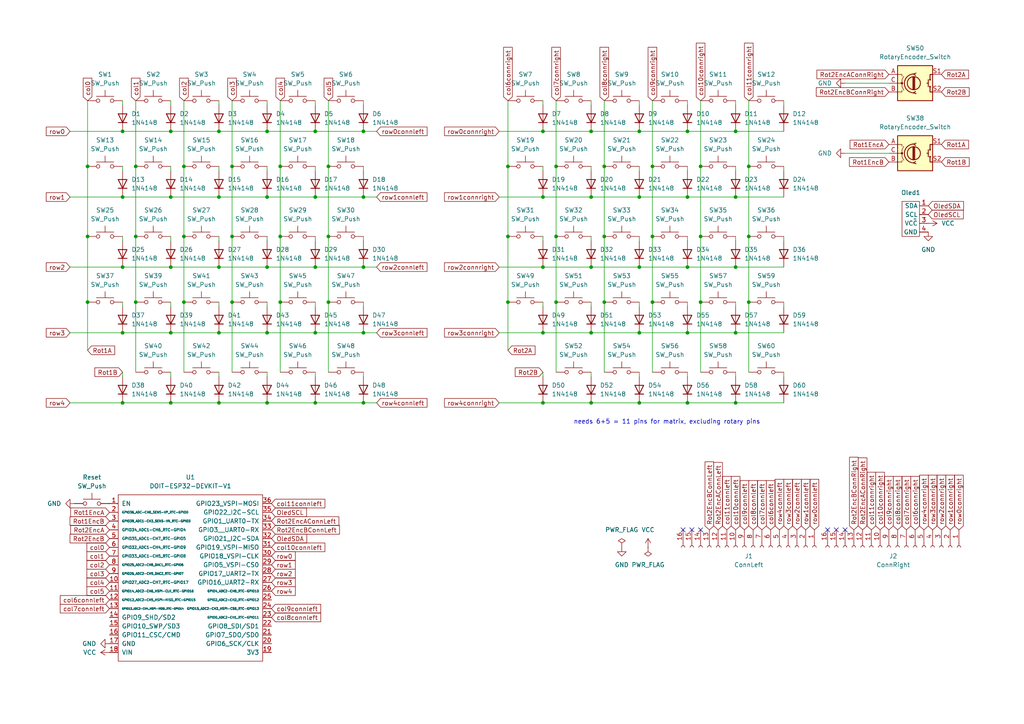
<source format=kicad_sch>
(kicad_sch (version 20230121) (generator eeschema)
  (paper "A4")
  (junction (at 189.23 68.58))
  (junction (at 49.53 116.84))
  (junction (at 213.36 77.47))
  (junction (at 157.48 38.1))
  (junction (at 161.29 68.58))
  (junction (at 185.42 116.84))
  (junction (at 91.44 38.1))
  (junction (at 157.48 77.47))
  (junction (at 203.2 68.58))
  (junction (at 91.44 57.15))
  (junction (at 217.17 48.26))
  (junction (at 171.45 96.52))
  (junction (at 35.56 57.15))
  (junction (at 185.42 96.52))
  (junction (at 217.17 87.63))
  (junction (at 213.36 116.84))
  (junction (at 213.36 57.15))
  (junction (at 77.47 77.47))
  (junction (at 49.53 38.1))
  (junction (at 49.53 77.47))
  (junction (at 49.53 96.52))
  (junction (at 157.48 116.84))
  (junction (at 199.39 77.47))
  (junction (at 67.31 87.63))
  (junction (at 105.41 77.47))
  (junction (at 217.17 68.58))
  (junction (at 175.26 48.26))
  (junction (at 67.31 48.26))
  (junction (at 91.44 96.52))
  (junction (at 171.45 38.1))
  (junction (at 175.26 87.63))
  (junction (at 95.25 87.63))
  (junction (at 171.45 77.47))
  (junction (at 95.25 48.26))
  (junction (at 81.28 68.58))
  (junction (at 203.2 87.63))
  (junction (at 175.26 68.58))
  (junction (at 199.39 116.84))
  (junction (at 63.5 96.52))
  (junction (at 35.56 38.1))
  (junction (at 185.42 57.15))
  (junction (at 77.47 116.84))
  (junction (at 199.39 96.52))
  (junction (at 67.31 68.58))
  (junction (at 171.45 57.15))
  (junction (at 157.48 96.52))
  (junction (at 53.34 68.58))
  (junction (at 199.39 38.1))
  (junction (at 199.39 57.15))
  (junction (at 147.32 48.26))
  (junction (at 91.44 116.84))
  (junction (at 185.42 77.47))
  (junction (at 53.34 87.63))
  (junction (at 213.36 38.1))
  (junction (at 213.36 96.52))
  (junction (at 63.5 116.84))
  (junction (at 171.45 116.84))
  (junction (at 77.47 38.1))
  (junction (at 105.41 96.52))
  (junction (at 63.5 57.15))
  (junction (at 105.41 116.84))
  (junction (at 147.32 68.58))
  (junction (at 53.34 48.26))
  (junction (at 63.5 77.47))
  (junction (at 35.56 96.52))
  (junction (at 63.5 38.1))
  (junction (at 39.37 87.63))
  (junction (at 161.29 87.63))
  (junction (at 49.53 57.15))
  (junction (at 39.37 68.58))
  (junction (at 185.42 38.1))
  (junction (at 105.41 38.1))
  (junction (at 77.47 96.52))
  (junction (at 81.28 48.26))
  (junction (at 91.44 77.47))
  (junction (at 157.48 57.15))
  (junction (at 77.47 57.15))
  (junction (at 95.25 68.58))
  (junction (at 25.4 48.26))
  (junction (at 35.56 116.84))
  (junction (at 25.4 68.58))
  (junction (at 189.23 87.63))
  (junction (at 25.4 87.63))
  (junction (at 35.56 77.47))
  (junction (at 189.23 48.26))
  (junction (at 203.2 48.26))
  (junction (at 39.37 48.26))
  (junction (at 81.28 87.63))
  (junction (at 147.32 87.63))
  (junction (at 105.41 57.15))
  (junction (at 161.29 48.26))
  (no_connect (at 242.57 153.67))
  (no_connect (at 200.66 153.67))
  (no_connect (at 245.11 153.67))
  (no_connect (at 198.12 153.67))
  (no_connect (at 203.2 153.67))
  (no_connect (at 240.03 153.67))
  (wire (pts (xy 109.22 96.52) (xy 105.41 96.52)))
  (wire (pts (xy 227.33 107.95) (xy 227.33 109.22)))
  (wire (pts (xy 147.32 68.58) (xy 147.32 87.63)))
  (wire (pts (xy 105.41 57.15) (xy 109.22 57.15)))
  (wire (pts (xy 20.32 116.84) (xy 35.56 116.84)))
  (wire (pts (xy 49.53 57.15) (xy 63.5 57.15)))
  (wire (pts (xy 144.78 77.47) (xy 157.48 77.47)))
  (wire (pts (xy 105.41 29.21) (xy 105.41 30.48)))
  (wire (pts (xy 217.17 68.58) (xy 217.17 87.63)))
  (wire (pts (xy 199.39 48.26) (xy 199.39 49.53)))
  (wire (pts (xy 35.56 87.63) (xy 35.56 88.9)))
  (wire (pts (xy 63.5 87.63) (xy 63.5 88.9)))
  (wire (pts (xy 171.45 77.47) (xy 185.42 77.47)))
  (wire (pts (xy 161.29 87.63) (xy 161.29 107.95)))
  (wire (pts (xy 77.47 38.1) (xy 91.44 38.1)))
  (wire (pts (xy 157.48 38.1) (xy 171.45 38.1)))
  (wire (pts (xy 217.17 87.63) (xy 217.17 107.95)))
  (wire (pts (xy 91.44 48.26) (xy 91.44 49.53)))
  (wire (pts (xy 199.39 57.15) (xy 213.36 57.15)))
  (wire (pts (xy 189.23 48.26) (xy 189.23 68.58)))
  (wire (pts (xy 144.78 38.1) (xy 157.48 38.1)))
  (wire (pts (xy 91.44 87.63) (xy 91.44 88.9)))
  (wire (pts (xy 49.53 77.47) (xy 63.5 77.47)))
  (wire (pts (xy 189.23 87.63) (xy 189.23 107.95)))
  (wire (pts (xy 175.26 68.58) (xy 175.26 87.63)))
  (wire (pts (xy 67.31 87.63) (xy 67.31 107.95)))
  (wire (pts (xy 213.36 96.52) (xy 227.33 96.52)))
  (wire (pts (xy 157.48 77.47) (xy 171.45 77.47)))
  (wire (pts (xy 91.44 116.84) (xy 105.41 116.84)))
  (wire (pts (xy 25.4 29.21) (xy 25.4 48.26)))
  (wire (pts (xy 105.41 48.26) (xy 105.41 49.53)))
  (wire (pts (xy 213.36 38.1) (xy 227.33 38.1)))
  (wire (pts (xy 203.2 68.58) (xy 203.2 87.63)))
  (wire (pts (xy 105.41 107.95) (xy 105.41 109.22)))
  (wire (pts (xy 35.56 68.58) (xy 35.56 69.85)))
  (wire (pts (xy 171.45 57.15) (xy 185.42 57.15)))
  (wire (pts (xy 144.78 96.52) (xy 157.48 96.52)))
  (wire (pts (xy 20.32 38.1) (xy 35.56 38.1)))
  (wire (pts (xy 67.31 68.58) (xy 67.31 87.63)))
  (wire (pts (xy 39.37 87.63) (xy 39.37 107.95)))
  (wire (pts (xy 35.56 77.47) (xy 49.53 77.47)))
  (wire (pts (xy 63.5 48.26) (xy 63.5 49.53)))
  (wire (pts (xy 63.5 68.58) (xy 63.5 69.85)))
  (wire (pts (xy 157.48 68.58) (xy 157.48 69.85)))
  (wire (pts (xy 67.31 48.26) (xy 67.31 68.58)))
  (wire (pts (xy 217.17 29.21) (xy 217.17 48.26)))
  (wire (pts (xy 81.28 87.63) (xy 81.28 107.95)))
  (wire (pts (xy 213.36 48.26) (xy 213.36 49.53)))
  (wire (pts (xy 105.41 87.63) (xy 105.41 88.9)))
  (wire (pts (xy 213.36 29.21) (xy 213.36 30.48)))
  (wire (pts (xy 25.4 48.26) (xy 25.4 68.58)))
  (wire (pts (xy 77.47 107.95) (xy 77.47 109.22)))
  (wire (pts (xy 91.44 38.1) (xy 105.41 38.1)))
  (wire (pts (xy 185.42 48.26) (xy 185.42 49.53)))
  (wire (pts (xy 91.44 57.15) (xy 105.41 57.15)))
  (wire (pts (xy 171.45 68.58) (xy 171.45 69.85)))
  (wire (pts (xy 105.41 116.84) (xy 109.22 116.84)))
  (wire (pts (xy 185.42 57.15) (xy 199.39 57.15)))
  (wire (pts (xy 157.48 96.52) (xy 171.45 96.52)))
  (wire (pts (xy 63.5 107.95) (xy 63.5 109.22)))
  (wire (pts (xy 157.48 48.26) (xy 157.48 49.53)))
  (wire (pts (xy 245.11 24.13) (xy 257.81 24.13)))
  (wire (pts (xy 77.47 29.21) (xy 77.47 30.48)))
  (wire (pts (xy 199.39 107.95) (xy 199.39 109.22)))
  (wire (pts (xy 171.45 107.95) (xy 171.45 109.22)))
  (wire (pts (xy 35.56 48.26) (xy 35.56 49.53)))
  (wire (pts (xy 175.26 87.63) (xy 175.26 107.95)))
  (wire (pts (xy 95.25 48.26) (xy 95.25 68.58)))
  (wire (pts (xy 49.53 48.26) (xy 49.53 49.53)))
  (wire (pts (xy 77.47 57.15) (xy 91.44 57.15)))
  (wire (pts (xy 171.45 116.84) (xy 185.42 116.84)))
  (wire (pts (xy 53.34 68.58) (xy 53.34 87.63)))
  (wire (pts (xy 203.2 29.21) (xy 203.2 48.26)))
  (wire (pts (xy 77.47 68.58) (xy 77.47 69.85)))
  (wire (pts (xy 63.5 29.21) (xy 63.5 30.48)))
  (wire (pts (xy 39.37 29.21) (xy 39.37 48.26)))
  (wire (pts (xy 77.47 77.47) (xy 91.44 77.47)))
  (wire (pts (xy 161.29 68.58) (xy 161.29 87.63)))
  (wire (pts (xy 199.39 77.47) (xy 213.36 77.47)))
  (wire (pts (xy 199.39 29.21) (xy 199.39 30.48)))
  (wire (pts (xy 245.11 44.45) (xy 257.81 44.45)))
  (wire (pts (xy 63.5 96.52) (xy 77.47 96.52)))
  (wire (pts (xy 53.34 87.63) (xy 53.34 107.95)))
  (wire (pts (xy 213.36 77.47) (xy 227.33 77.47)))
  (wire (pts (xy 189.23 68.58) (xy 189.23 87.63)))
  (wire (pts (xy 91.44 77.47) (xy 105.41 77.47)))
  (wire (pts (xy 213.36 107.95) (xy 213.36 109.22)))
  (wire (pts (xy 49.53 38.1) (xy 63.5 38.1)))
  (wire (pts (xy 185.42 77.47) (xy 199.39 77.47)))
  (wire (pts (xy 53.34 29.21) (xy 53.34 48.26)))
  (wire (pts (xy 161.29 48.26) (xy 161.29 68.58)))
  (wire (pts (xy 49.53 68.58) (xy 49.53 69.85)))
  (wire (pts (xy 63.5 77.47) (xy 77.47 77.47)))
  (wire (pts (xy 20.32 77.47) (xy 35.56 77.47)))
  (wire (pts (xy 81.28 29.21) (xy 81.28 48.26)))
  (wire (pts (xy 185.42 38.1) (xy 199.39 38.1)))
  (wire (pts (xy 39.37 68.58) (xy 39.37 87.63)))
  (wire (pts (xy 109.22 77.47) (xy 105.41 77.47)))
  (wire (pts (xy 213.36 57.15) (xy 227.33 57.15)))
  (wire (pts (xy 185.42 116.84) (xy 199.39 116.84)))
  (wire (pts (xy 227.33 68.58) (xy 227.33 69.85)))
  (wire (pts (xy 171.45 38.1) (xy 185.42 38.1)))
  (wire (pts (xy 91.44 107.95) (xy 91.44 109.22)))
  (wire (pts (xy 144.78 57.15) (xy 157.48 57.15)))
  (wire (pts (xy 157.48 29.21) (xy 157.48 30.48)))
  (wire (pts (xy 175.26 29.21) (xy 175.26 48.26)))
  (wire (pts (xy 35.56 107.95) (xy 35.56 109.22)))
  (wire (pts (xy 91.44 29.21) (xy 91.44 30.48)))
  (wire (pts (xy 95.25 29.21) (xy 95.25 48.26)))
  (wire (pts (xy 95.25 68.58) (xy 95.25 87.63)))
  (wire (pts (xy 63.5 38.1) (xy 77.47 38.1)))
  (wire (pts (xy 25.4 87.63) (xy 25.4 101.6)))
  (wire (pts (xy 227.33 29.21) (xy 227.33 30.48)))
  (wire (pts (xy 227.33 48.26) (xy 227.33 49.53)))
  (wire (pts (xy 20.32 57.15) (xy 35.56 57.15)))
  (wire (pts (xy 67.31 29.21) (xy 67.31 48.26)))
  (wire (pts (xy 35.56 116.84) (xy 49.53 116.84)))
  (wire (pts (xy 203.2 87.63) (xy 203.2 107.95)))
  (wire (pts (xy 185.42 87.63) (xy 185.42 88.9)))
  (wire (pts (xy 35.56 29.21) (xy 35.56 30.48)))
  (wire (pts (xy 25.4 68.58) (xy 25.4 87.63)))
  (wire (pts (xy 35.56 38.1) (xy 49.53 38.1)))
  (wire (pts (xy 49.53 116.84) (xy 63.5 116.84)))
  (wire (pts (xy 49.53 87.63) (xy 49.53 88.9)))
  (wire (pts (xy 157.48 116.84) (xy 171.45 116.84)))
  (wire (pts (xy 35.56 96.52) (xy 49.53 96.52)))
  (wire (pts (xy 157.48 107.95) (xy 157.48 109.22)))
  (wire (pts (xy 77.47 87.63) (xy 77.47 88.9)))
  (wire (pts (xy 171.45 29.21) (xy 171.45 30.48)))
  (wire (pts (xy 227.33 87.63) (xy 227.33 88.9)))
  (wire (pts (xy 157.48 87.63) (xy 157.48 88.9)))
  (wire (pts (xy 49.53 96.52) (xy 63.5 96.52)))
  (wire (pts (xy 49.53 29.21) (xy 49.53 30.48)))
  (wire (pts (xy 63.5 57.15) (xy 77.47 57.15)))
  (wire (pts (xy 77.47 116.84) (xy 91.44 116.84)))
  (wire (pts (xy 185.42 107.95) (xy 185.42 109.22)))
  (wire (pts (xy 77.47 96.52) (xy 91.44 96.52)))
  (wire (pts (xy 39.37 48.26) (xy 39.37 68.58)))
  (wire (pts (xy 217.17 48.26) (xy 217.17 68.58)))
  (wire (pts (xy 147.32 87.63) (xy 147.32 101.6)))
  (wire (pts (xy 81.28 68.58) (xy 81.28 87.63)))
  (wire (pts (xy 20.32 96.52) (xy 35.56 96.52)))
  (wire (pts (xy 185.42 29.21) (xy 185.42 30.48)))
  (wire (pts (xy 105.41 68.58) (xy 105.41 69.85)))
  (wire (pts (xy 199.39 96.52) (xy 213.36 96.52)))
  (wire (pts (xy 203.2 48.26) (xy 203.2 68.58)))
  (wire (pts (xy 175.26 48.26) (xy 175.26 68.58)))
  (wire (pts (xy 81.28 48.26) (xy 81.28 68.58)))
  (wire (pts (xy 91.44 68.58) (xy 91.44 69.85)))
  (wire (pts (xy 171.45 96.52) (xy 185.42 96.52)))
  (wire (pts (xy 147.32 29.21) (xy 147.32 48.26)))
  (wire (pts (xy 199.39 87.63) (xy 199.39 88.9)))
  (wire (pts (xy 35.56 57.15) (xy 49.53 57.15)))
  (wire (pts (xy 185.42 96.52) (xy 199.39 96.52)))
  (wire (pts (xy 95.25 87.63) (xy 95.25 107.95)))
  (wire (pts (xy 49.53 107.95) (xy 49.53 109.22)))
  (wire (pts (xy 189.23 29.21) (xy 189.23 48.26)))
  (wire (pts (xy 185.42 68.58) (xy 185.42 69.85)))
  (wire (pts (xy 161.29 29.21) (xy 161.29 48.26)))
  (wire (pts (xy 105.41 38.1) (xy 109.22 38.1)))
  (wire (pts (xy 171.45 87.63) (xy 171.45 88.9)))
  (wire (pts (xy 77.47 48.26) (xy 77.47 49.53)))
  (wire (pts (xy 63.5 116.84) (xy 77.47 116.84)))
  (wire (pts (xy 144.78 116.84) (xy 157.48 116.84)))
  (wire (pts (xy 91.44 96.52) (xy 105.41 96.52)))
  (wire (pts (xy 199.39 116.84) (xy 213.36 116.84)))
  (wire (pts (xy 213.36 116.84) (xy 227.33 116.84)))
  (wire (pts (xy 213.36 87.63) (xy 213.36 88.9)))
  (wire (pts (xy 199.39 38.1) (xy 213.36 38.1)))
  (wire (pts (xy 199.39 68.58) (xy 199.39 69.85)))
  (wire (pts (xy 147.32 48.26) (xy 147.32 68.58)))
  (wire (pts (xy 157.48 57.15) (xy 171.45 57.15)))
  (wire (pts (xy 213.36 68.58) (xy 213.36 69.85)))
  (wire (pts (xy 53.34 48.26) (xy 53.34 68.58)))
  (wire (pts (xy 171.45 48.26) (xy 171.45 49.53)))
  (text "needs 6+5 = 11 pins for matrix, excluding rotary pins" (at 166.37 123.19 0) (effects (font (size 1.27 1.27)) (justify left bottom)))
  (global_label "Rot1B" (shape input) (at 35.56 107.95 180) (property "Intersheetrefs" "${INTERSHEET_REFS}" (effects hide)))
  (global_label "Rot2EncA" (shape input) (at 31.75 153.67 180) (property "Intersheetrefs" "${INTERSHEET_REFS}" (effects hide)))
  (global_label "Rot1EncA" (shape input) (at 257.81 41.91 180) (property "Intersheetrefs" "${INTERSHEET_REFS}" (effects hide)))
  (global_label "row0connleft" (shape input) (at 109.22 38.1 0) (property "Intersheetrefs" "${INTERSHEET_REFS}" (effects hide)))
  (global_label "row2connright" (shape input) (at 273.05 153.67 90) (property "Intersheetrefs" "${INTERSHEET_REFS}" (effects hide)))
  (global_label "col7connleft" (shape input) (at 220.98 153.67 90) (property "Intersheetrefs" "${INTERSHEET_REFS}" (effects hide)))
  (global_label "col9connleft" (shape input) (at 215.9 153.67 90) (property "Intersheetrefs" "${INTERSHEET_REFS}" (effects hide)))
  (global_label "Rot1B" (shape input) (at 273.05 46.99 0) (property "Intersheetrefs" "${INTERSHEET_REFS}" (effects hide)))
  (global_label "row3connleft" (shape input) (at 228.6 153.67 90) (property "Intersheetrefs" "${INTERSHEET_REFS}" (effects hide)))
  (global_label "Rot2A" (shape input) (at 273.05 21.59 0) (property "Intersheetrefs" "${INTERSHEET_REFS}" (effects hide)))
  (global_label "col0" (shape input) (at 31.75 158.75 180) (property "Intersheetrefs" "${INTERSHEET_REFS}" (effects hide)))
  (global_label "col6connleft" (shape input) (at 223.52 153.67 90) (property "Intersheetrefs" "${INTERSHEET_REFS}" (effects hide)))
  (global_label "Rot2EncBConnLeft" (shape input) (at 205.74 153.67 90) (property "Intersheetrefs" "${INTERSHEET_REFS}" (effects hide)))
  (global_label "col8connright" (shape input) (at 175.26 29.21 90) (property "Intersheetrefs" "${INTERSHEET_REFS}" (effects hide)))
  (global_label "OledSDA" (shape input) (at 78.74 156.21 0) (property "Intersheetrefs" "${INTERSHEET_REFS}" (effects hide)))
  (global_label "row0" (shape input) (at 20.32 38.1 180) (property "Intersheetrefs" "${INTERSHEET_REFS}" (effects hide)))
  (global_label "row3" (shape input) (at 20.32 96.52 180) (property "Intersheetrefs" "${INTERSHEET_REFS}" (effects hide)))
  (global_label "col4" (shape input) (at 81.28 29.21 90) (property "Intersheetrefs" "${INTERSHEET_REFS}" (effects hide)))
  (global_label "row2connright" (shape input) (at 144.78 77.47 180) (property "Intersheetrefs" "${INTERSHEET_REFS}" (effects hide)))
  (global_label "col9connright" (shape input) (at 189.23 29.21 90) (property "Intersheetrefs" "${INTERSHEET_REFS}" (effects hide)))
  (global_label "row4connleft" (shape input) (at 109.22 116.84 0) (property "Intersheetrefs" "${INTERSHEET_REFS}" (effects hide)))
  (global_label "Rot2EncBConnRight" (shape input) (at 247.65 153.67 90) (property "Intersheetrefs" "${INTERSHEET_REFS}" (effects hide)))
  (global_label "Rot1A" (shape input) (at 25.4 101.6 0) (property "Intersheetrefs" "${INTERSHEET_REFS}" (effects hide)))
  (global_label "OledSCL" (shape input) (at 269.24 62.23 0) (property "Intersheetrefs" "${INTERSHEET_REFS}" (effects hide)))
  (global_label "col1" (shape input) (at 31.75 161.29 180) (property "Intersheetrefs" "${INTERSHEET_REFS}" (effects hide)))
  (global_label "col2" (shape input) (at 31.75 163.83 180) (property "Intersheetrefs" "${INTERSHEET_REFS}" (effects hide)))
  (global_label "row2" (shape input) (at 78.74 166.37 0) (property "Intersheetrefs" "${INTERSHEET_REFS}" (effects hide)))
  (global_label "col10connright" (shape input) (at 203.2 29.21 90) (property "Intersheetrefs" "${INTERSHEET_REFS}" (effects hide)))
  (global_label "col11connleft" (shape input) (at 78.74 146.05 0) (property "Intersheetrefs" "${INTERSHEET_REFS}" (effects hide)))
  (global_label "Rot2A" (shape input) (at 147.32 101.6 0) (property "Intersheetrefs" "${INTERSHEET_REFS}" (effects hide)))
  (global_label "Rot2EncAConnRight" (shape input) (at 250.19 153.67 90) (property "Intersheetrefs" "${INTERSHEET_REFS}" (effects hide)))
  (global_label "Rot1A" (shape input) (at 273.05 41.91 0) (property "Intersheetrefs" "${INTERSHEET_REFS}" (effects hide)))
  (global_label "row4connright" (shape input) (at 267.97 153.67 90) (property "Intersheetrefs" "${INTERSHEET_REFS}" (effects hide)))
  (global_label "row2connleft" (shape input) (at 109.22 77.47 0) (property "Intersheetrefs" "${INTERSHEET_REFS}" (effects hide)))
  (global_label "row1connleft" (shape input) (at 233.68 153.67 90) (property "Intersheetrefs" "${INTERSHEET_REFS}" (effects hide)))
  (global_label "col3" (shape input) (at 67.31 29.21 90) (property "Intersheetrefs" "${INTERSHEET_REFS}" (effects hide)))
  (global_label "Rot2EncAConnLeft" (shape input) (at 78.74 151.13 0) (property "Intersheetrefs" "${INTERSHEET_REFS}" (effects hide)))
  (global_label "col2" (shape input) (at 53.34 29.21 90) (property "Intersheetrefs" "${INTERSHEET_REFS}" (effects hide)))
  (global_label "row3connright" (shape input) (at 144.78 96.52 180) (property "Intersheetrefs" "${INTERSHEET_REFS}" (effects hide)))
  (global_label "col11connright" (shape input) (at 252.73 153.67 90) (property "Intersheetrefs" "${INTERSHEET_REFS}" (effects hide)))
  (global_label "Rot1EncA" (shape input) (at 31.75 148.59 180) (property "Intersheetrefs" "${INTERSHEET_REFS}" (effects hide)))
  (global_label "row0connleft" (shape input) (at 236.22 153.67 90) (property "Intersheetrefs" "${INTERSHEET_REFS}" (effects hide)))
  (global_label "row2connleft" (shape input) (at 231.14 153.67 90) (property "Intersheetrefs" "${INTERSHEET_REFS}" (effects hide)))
  (global_label "col0" (shape input) (at 25.4 29.21 90) (property "Intersheetrefs" "${INTERSHEET_REFS}" (effects hide)))
  (global_label "OledSDA" (shape input) (at 269.24 59.69 0) (property "Intersheetrefs" "${INTERSHEET_REFS}" (effects hide)))
  (global_label "col7connright" (shape input) (at 262.89 153.67 90) (property "Intersheetrefs" "${INTERSHEET_REFS}" (effects hide)))
  (global_label "row1connright" (shape input) (at 144.78 57.15 180) (property "Intersheetrefs" "${INTERSHEET_REFS}" (effects hide)))
  (global_label "row1" (shape input) (at 20.32 57.15 180) (property "Intersheetrefs" "${INTERSHEET_REFS}" (effects hide)))
  (global_label "col8connleft" (shape input) (at 78.74 179.07 0) (property "Intersheetrefs" "${INTERSHEET_REFS}" (effects hide)))
  (global_label "row4connright" (shape input) (at 144.78 116.84 180) (property "Intersheetrefs" "${INTERSHEET_REFS}" (effects hide)))
  (global_label "row0connright" (shape input) (at 144.78 38.1 180) (property "Intersheetrefs" "${INTERSHEET_REFS}" (effects hide)))
  (global_label "col11connleft" (shape input) (at 210.82 153.67 90) (property "Intersheetrefs" "${INTERSHEET_REFS}" (effects hide)))
  (global_label "col6connright" (shape input) (at 265.43 153.67 90) (property "Intersheetrefs" "${INTERSHEET_REFS}" (effects hide)))
  (global_label "row1" (shape input) (at 78.74 163.83 0) (property "Intersheetrefs" "${INTERSHEET_REFS}" (effects hide)))
  (global_label "Rot2EncBConnLeft" (shape input) (at 78.74 153.67 0) (property "Intersheetrefs" "${INTERSHEET_REFS}" (effects hide)))
  (global_label "col3" (shape input) (at 31.75 166.37 180) (property "Intersheetrefs" "${INTERSHEET_REFS}" (effects hide)))
  (global_label "col4" (shape input) (at 31.75 168.91 180) (property "Intersheetrefs" "${INTERSHEET_REFS}" (effects hide)))
  (global_label "Rot1EncB" (shape input) (at 257.81 46.99 180) (property "Intersheetrefs" "${INTERSHEET_REFS}" (effects hide)))
  (global_label "col10connleft" (shape input) (at 78.74 158.75 0) (property "Intersheetrefs" "${INTERSHEET_REFS}" (effects hide)))
  (global_label "Rot2EncB" (shape input) (at 31.75 156.21 180) (property "Intersheetrefs" "${INTERSHEET_REFS}" (effects hide)))
  (global_label "row2" (shape input) (at 20.32 77.47 180) (property "Intersheetrefs" "${INTERSHEET_REFS}" (effects hide)))
  (global_label "col11connright" (shape input) (at 217.17 29.21 90) (property "Intersheetrefs" "${INTERSHEET_REFS}" (effects hide)))
  (global_label "col7connright" (shape input) (at 161.29 29.21 90) (property "Intersheetrefs" "${INTERSHEET_REFS}" (effects hide)))
  (global_label "col10connright" (shape input) (at 255.27 153.67 90) (property "Intersheetrefs" "${INTERSHEET_REFS}" (effects hide)))
  (global_label "row1connleft" (shape input) (at 109.22 57.15 0) (property "Intersheetrefs" "${INTERSHEET_REFS}" (effects hide)))
  (global_label "Rot2B" (shape input) (at 273.05 26.67 0) (property "Intersheetrefs" "${INTERSHEET_REFS}" (effects hide)))
  (global_label "OledSCL" (shape input) (at 78.74 148.59 0) (property "Intersheetrefs" "${INTERSHEET_REFS}" (effects hide)))
  (global_label "Rot2EncAConnRight" (shape input) (at 257.81 21.59 180) (property "Intersheetrefs" "${INTERSHEET_REFS}" (effects hide)))
  (global_label "row0" (shape input) (at 78.74 161.29 0) (property "Intersheetrefs" "${INTERSHEET_REFS}" (effects hide)))
  (global_label "row0connright" (shape input) (at 278.13 153.67 90) (property "Intersheetrefs" "${INTERSHEET_REFS}" (effects hide)))
  (global_label "row3connleft" (shape input) (at 109.22 96.52 0) (property "Intersheetrefs" "${INTERSHEET_REFS}" (effects hide)))
  (global_label "col6connleft" (shape input) (at 31.75 173.99 180) (property "Intersheetrefs" "${INTERSHEET_REFS}" (effects hide)))
  (global_label "Rot2B" (shape input) (at 157.48 107.95 180) (property "Intersheetrefs" "${INTERSHEET_REFS}" (effects hide)))
  (global_label "col6connright" (shape input) (at 147.32 29.21 90) (property "Intersheetrefs" "${INTERSHEET_REFS}" (effects hide)))
  (global_label "Rot2EncAConnLeft" (shape input) (at 208.28 153.67 90) (property "Intersheetrefs" "${INTERSHEET_REFS}" (effects hide)))
  (global_label "col9connleft" (shape input) (at 78.74 176.53 0) (property "Intersheetrefs" "${INTERSHEET_REFS}" (effects hide)))
  (global_label "col7connleft" (shape input) (at 31.75 176.53 180) (property "Intersheetrefs" "${INTERSHEET_REFS}" (effects hide)))
  (global_label "col9connright" (shape input) (at 257.81 153.67 90) (property "Intersheetrefs" "${INTERSHEET_REFS}" (effects hide)))
  (global_label "col5" (shape input) (at 31.75 171.45 180) (property "Intersheetrefs" "${INTERSHEET_REFS}" (effects hide)))
  (global_label "col5" (shape input) (at 95.25 29.21 90) (property "Intersheetrefs" "${INTERSHEET_REFS}" (effects hide)))
  (global_label "col8connleft" (shape input) (at 218.44 153.67 90) (property "Intersheetrefs" "${INTERSHEET_REFS}" (effects hide)))
  (global_label "Rot2EncBConnRight" (shape input) (at 257.81 26.67 180) (property "Intersheetrefs" "${INTERSHEET_REFS}" (effects hide)))
  (global_label "Rot1EncB" (shape input) (at 31.75 151.13 180) (property "Intersheetrefs" "${INTERSHEET_REFS}" (effects hide)))
  (global_label "row3" (shape input) (at 78.74 168.91 0) (property "Intersheetrefs" "${INTERSHEET_REFS}" (effects hide)))
  (global_label "row4connleft" (shape input) (at 226.06 153.67 90) (property "Intersheetrefs" "${INTERSHEET_REFS}" (effects hide)))
  (global_label "row1connright" (shape input) (at 275.59 153.67 90) (property "Intersheetrefs" "${INTERSHEET_REFS}" (effects hide)))
  (global_label "col10connleft" (shape input) (at 213.36 153.67 90) (property "Intersheetrefs" "${INTERSHEET_REFS}" (effects hide)))
  (global_label "row3connright" (shape input) (at 270.51 153.67 90) (property "Intersheetrefs" "${INTERSHEET_REFS}" (effects hide)))
  (global_label "row4" (shape input) (at 20.32 116.84 180) (property "Intersheetrefs" "${INTERSHEET_REFS}" (effects hide)))
  (global_label "col8connright" (shape input) (at 260.35 153.67 90) (property "Intersheetrefs" "${INTERSHEET_REFS}" (effects hide)))
  (global_label "row4" (shape input) (at 78.74 171.45 0) (property "Intersheetrefs" "${INTERSHEET_REFS}" (effects hide)))
  (global_label "col1" (shape input) (at 39.37 29.21 90) (property "Intersheetrefs" "${INTERSHEET_REFS}" (effects hide)))
  (symbol (lib_id "Diode:1N4148") (at 213.36 73.66 90) (unit 1)
    (property "Reference" "D35" (at 215.9 72.39 90) (effects (justify right)))
    (property "Value" "1N4148" (at 215.9 74.93 90) (effects (justify right)))
    (property "Footprint" "Diode_THT:D_DO-35_SOD27_P7.62mm_Horizontal" (effects hide))
    (property "Datasheet" "https://assets.nexperia.com/documents/data-sheet/1N4148_1N4448.pdf" (effects hide))
    (property "Sim.Device" "D" (effects hide))
    (property "Sim.Pins" "1=K 2=A" (effects hide))
  )
  (symbol (lib_id "power:PWR_FLAG") (at 187.96 158.75 180) (unit 1)
    (property "Reference" "#FLG02" (effects hide))
    (property "Value" "PWR_FLAG" (at 187.96 163.83 0))
  )
  (symbol (lib_id "Switch:SW_Push") (at 222.25 29.21 0) (unit 1)
    (property "Reference" "SW12" (at 222.25 21.59 0))
    (property "Value" "SW_Push" (at 222.25 24.13 0))
  )
  (symbol (lib_id "Diode:1N4148") (at 105.41 53.34 90) (unit 1)
    (property "Reference" "D18" (at 107.95 52.07 90) (effects (justify right)))
    (property "Value" "1N4148" (at 107.95 54.61 90) (effects (justify right)))
    (property "Footprint" "Diode_THT:D_DO-35_SOD27_P7.62mm_Horizontal" (effects hide))
    (property "Datasheet" "https://assets.nexperia.com/documents/data-sheet/1N4148_1N4448.pdf" (effects hide))
    (property "Sim.Device" "D" (effects hide))
    (property "Sim.Pins" "1=K 2=A" (effects hide))
  )
  (symbol (lib_id "Diode:1N4148") (at 171.45 73.66 90) (unit 1)
    (property "Reference" "D32" (at 173.99 72.39 90) (effects (justify right)))
    (property "Value" "1N4148" (at 173.99 74.93 90) (effects (justify right)))
    (property "Footprint" "Diode_THT:D_DO-35_SOD27_P7.62mm_Horizontal" (effects hide))
    (property "Datasheet" "https://assets.nexperia.com/documents/data-sheet/1N4148_1N4448.pdf" (effects hide))
    (property "Sim.Device" "D" (effects hide))
    (property "Sim.Pins" "1=K 2=A" (effects hide))
  )
  (symbol (lib_id "Switch:SW_Push") (at 58.42 29.21 0) (unit 1)
    (property "Reference" "SW3" (at 58.42 21.59 0))
    (property "Value" "SW_Push" (at 58.42 24.13 0))
  )
  (symbol (lib_id "Switch:SW_Push") (at 26.67 146.05 0) (unit 1)
    (property "Reference" "Reset" (at 26.67 138.43 0))
    (property "Value" "SW_Push" (at 26.67 140.97 0))
  )
  (symbol (lib_id "Switch:SW_Push") (at 222.25 87.63 0) (unit 1)
    (property "Reference" "SW59" (at 222.25 80.01 0))
    (property "Value" "SW_Push" (at 222.25 82.55 0))
  )
  (symbol (lib_id "Diode:1N4148") (at 77.47 113.03 90) (unit 1)
    (property "Reference" "D44" (at 80.01 111.76 90) (effects (justify right)))
    (property "Value" "1N4148" (at 80.01 114.3 90) (effects (justify right)))
    (property "Footprint" "Diode_THT:D_DO-35_SOD27_P7.62mm_Horizontal" (effects hide))
    (property "Datasheet" "https://assets.nexperia.com/documents/data-sheet/1N4148_1N4448.pdf" (effects hide))
    (property "Sim.Device" "D" (effects hide))
    (property "Sim.Pins" "1=K 2=A" (effects hide))
  )
  (symbol (lib_id "Switch:SW_Push") (at 194.31 87.63 0) (unit 1)
    (property "Reference" "SW55" (at 194.31 80.01 0))
    (property "Value" "SW_Push" (at 194.31 82.55 0))
  )
  (symbol (lib_id "Diode:1N4148") (at 171.45 113.03 90) (unit 1)
    (property "Reference" "D52" (at 173.99 111.76 90) (effects (justify right)))
    (property "Value" "1N4148" (at 173.99 114.3 90) (effects (justify right)))
    (property "Footprint" "Diode_THT:D_DO-35_SOD27_P7.62mm_Horizontal" (effects hide))
    (property "Datasheet" "https://assets.nexperia.com/documents/data-sheet/1N4148_1N4448.pdf" (effects hide))
    (property "Sim.Device" "D" (effects hide))
    (property "Sim.Pins" "1=K 2=A" (effects hide))
  )
  (symbol (lib_id "Switch:SW_Push") (at 152.4 29.21 0) (unit 1)
    (property "Reference" "SW7" (at 152.4 21.59 0))
    (property "Value" "SW_Push" (at 152.4 24.13 0))
  )
  (symbol (lib_id "Diode:1N4148") (at 105.41 92.71 90) (unit 1)
    (property "Reference" "D47" (at 107.95 91.44 90) (effects (justify right)))
    (property "Value" "1N4148" (at 107.95 93.98 90) (effects (justify right)))
    (property "Footprint" "Diode_THT:D_DO-35_SOD27_P7.62mm_Horizontal" (effects hide))
    (property "Datasheet" "https://assets.nexperia.com/documents/data-sheet/1N4148_1N4448.pdf" (effects hide))
    (property "Sim.Device" "D" (effects hide))
    (property "Sim.Pins" "1=K 2=A" (effects hide))
  )
  (symbol (lib_id "Diode:1N4148") (at 171.45 34.29 90) (unit 1)
    (property "Reference" "D8" (at 173.99 33.02 90) (effects (justify right)))
    (property "Value" "1N4148" (at 173.99 35.56 90) (effects (justify right)))
    (property "Footprint" "Diode_THT:D_DO-35_SOD27_P7.62mm_Horizontal" (effects hide))
    (property "Datasheet" "https://assets.nexperia.com/documents/data-sheet/1N4148_1N4448.pdf" (effects hide))
    (property "Sim.Device" "D" (effects hide))
    (property "Sim.Pins" "1=K 2=A" (effects hide))
  )
  (symbol (lib_id "Diode:1N4148") (at 213.36 113.03 90) (unit 1)
    (property "Reference" "D58" (at 215.9 111.76 90) (effects (justify right)))
    (property "Value" "1N4148" (at 215.9 114.3 90) (effects (justify right)))
    (property "Footprint" "Diode_THT:D_DO-35_SOD27_P7.62mm_Horizontal" (effects hide))
    (property "Datasheet" "https://assets.nexperia.com/documents/data-sheet/1N4148_1N4448.pdf" (effects hide))
    (property "Sim.Device" "D" (effects hide))
    (property "Sim.Pins" "1=K 2=A" (effects hide))
  )
  (symbol (lib_id "power:VCC") (at 187.96 158.75 0) (unit 1)
    (property "Reference" "#PWR03" (effects hide))
    (property "Value" "VCC" (at 187.96 153.67 0))
  )
  (symbol (lib_id "Switch:SW_Push") (at 100.33 29.21 0) (unit 1)
    (property "Reference" "SW6" (at 100.33 21.59 0))
    (property "Value" "SW_Push" (at 100.33 24.13 0))
  )
  (symbol (lib_id "Device:RotaryEncoder_Switch") (at 265.43 44.45 0) (unit 1)
    (property "Reference" "SW38" (at 265.43 34.29 0))
    (property "Value" "RotaryEncoder_Switch" (at 265.43 36.83 0))
  )
  (symbol (lib_id "Switch:SW_Push") (at 208.28 29.21 0) (unit 1)
    (property "Reference" "SW11" (at 208.28 21.59 0))
    (property "Value" "SW_Push" (at 208.28 24.13 0))
  )
  (symbol (lib_id "Switch:SW_Push") (at 44.45 29.21 0) (unit 1)
    (property "Reference" "SW2" (at 44.45 21.59 0))
    (property "Value" "SW_Push" (at 44.45 24.13 0))
  )
  (symbol (lib_id "ESP32Devkit:DOIT-ESP32-DEVKIT-V1") (at 55.88 153.67 0) (unit 1)
    (property "Reference" "U1" (at 55.245 138.43 0))
    (property "Value" "DOIT-ESP32-DEVKIT-V1" (at 55.245 140.97 0))
    (property "Footprint" "ESP32Devkit:ESP32-DOIT-DEVKIT" (effects hide))
  )
  (symbol (lib_id "Diode:1N4148") (at 185.42 53.34 90) (unit 1)
    (property "Reference" "D21" (at 187.96 52.07 90) (effects (justify right)))
    (property "Value" "1N4148" (at 187.96 54.61 90) (effects (justify right)))
    (property "Footprint" "Diode_THT:D_DO-35_SOD27_P7.62mm_Horizontal" (effects hide))
    (property "Datasheet" "https://assets.nexperia.com/documents/data-sheet/1N4148_1N4448.pdf" (effects hide))
    (property "Sim.Device" "D" (effects hide))
    (property "Sim.Pins" "1=K 2=A" (effects hide))
  )
  (symbol (lib_id "Switch:SW_Push") (at 166.37 87.63 0) (unit 1)
    (property "Reference" "SW51" (at 166.37 80.01 0))
    (property "Value" "SW_Push" (at 166.37 82.55 0))
  )
  (symbol (lib_id "Diode:1N4148") (at 77.47 92.71 90) (unit 1)
    (property "Reference" "D43" (at 80.01 91.44 90) (effects (justify right)))
    (property "Value" "1N4148" (at 80.01 93.98 90) (effects (justify right)))
    (property "Footprint" "Diode_THT:D_DO-35_SOD27_P7.62mm_Horizontal" (effects hide))
    (property "Datasheet" "https://assets.nexperia.com/documents/data-sheet/1N4148_1N4448.pdf" (effects hide))
    (property "Sim.Device" "D" (effects hide))
    (property "Sim.Pins" "1=K 2=A" (effects hide))
  )
  (symbol (lib_id "Switch:SW_Push") (at 152.4 87.63 0) (unit 1)
    (property "Reference" "SW49" (at 152.4 80.01 0))
    (property "Value" "SW_Push" (at 152.4 82.55 0))
  )
  (symbol (lib_id "Diode:1N4148") (at 185.42 113.03 90) (unit 1)
    (property "Reference" "D54" (at 187.96 111.76 90) (effects (justify right)))
    (property "Value" "1N4148" (at 187.96 114.3 90) (effects (justify right)))
    (property "Footprint" "Diode_THT:D_DO-35_SOD27_P7.62mm_Horizontal" (effects hide))
    (property "Datasheet" "https://assets.nexperia.com/documents/data-sheet/1N4148_1N4448.pdf" (effects hide))
    (property "Sim.Device" "D" (effects hide))
    (property "Sim.Pins" "1=K 2=A" (effects hide))
  )
  (symbol (lib_id "Diode:1N4148") (at 77.47 73.66 90) (unit 1)
    (property "Reference" "D28" (at 80.01 72.39 90) (effects (justify right)))
    (property "Value" "1N4148" (at 80.01 74.93 90) (effects (justify right)))
    (property "Footprint" "Diode_THT:D_DO-35_SOD27_P7.62mm_Horizontal" (effects hide))
    (property "Datasheet" "https://assets.nexperia.com/documents/data-sheet/1N4148_1N4448.pdf" (effects hide))
    (property "Sim.Device" "D" (effects hide))
    (property "Sim.Pins" "1=K 2=A" (effects hide))
  )
  (symbol (lib_id "Switch:SW_Push") (at 180.34 107.95 0) (unit 1)
    (property "Reference" "SW54" (at 180.34 100.33 0))
    (property "Value" "SW_Push" (at 180.34 102.87 0))
  )
  (symbol (lib_id "Switch:SW_Push") (at 152.4 48.26 0) (unit 1)
    (property "Reference" "SW19" (at 152.4 40.64 0))
    (property "Value" "SW_Push" (at 152.4 43.18 0))
  )
  (symbol (lib_id "Switch:SW_Push") (at 30.48 68.58 0) (unit 1)
    (property "Reference" "SW25" (at 30.48 60.96 0))
    (property "Value" "SW_Push" (at 30.48 63.5 0))
  )
  (symbol (lib_id "Switch:SW_Push") (at 166.37 107.95 0) (unit 1)
    (property "Reference" "SW52" (at 166.37 100.33 0))
    (property "Value" "SW_Push" (at 166.37 102.87 0))
  )
  (symbol (lib_id "Diode:1N4148") (at 199.39 92.71 90) (unit 1)
    (property "Reference" "D55" (at 201.93 91.44 90) (effects (justify right)))
    (property "Value" "1N4148" (at 201.93 93.98 90) (effects (justify right)))
    (property "Footprint" "Diode_THT:D_DO-35_SOD27_P7.62mm_Horizontal" (effects hide))
    (property "Datasheet" "https://assets.nexperia.com/documents/data-sheet/1N4148_1N4448.pdf" (effects hide))
    (property "Sim.Device" "D" (effects hide))
    (property "Sim.Pins" "1=K 2=A" (effects hide))
  )
  (symbol (lib_id "Diode:1N4148") (at 199.39 73.66 90) (unit 1)
    (property "Reference" "D34" (at 201.93 72.39 90) (effects (justify right)))
    (property "Value" "1N4148" (at 201.93 74.93 90) (effects (justify right)))
    (property "Footprint" "Diode_THT:D_DO-35_SOD27_P7.62mm_Horizontal" (effects hide))
    (property "Datasheet" "https://assets.nexperia.com/documents/data-sheet/1N4148_1N4448.pdf" (effects hide))
    (property "Sim.Device" "D" (effects hide))
    (property "Sim.Pins" "1=K 2=A" (effects hide))
  )
  (symbol (lib_id "Diode:1N4148") (at 77.47 53.34 90) (unit 1)
    (property "Reference" "D16" (at 80.01 52.07 90) (effects (justify right)))
    (property "Value" "1N4148" (at 80.01 54.61 90) (effects (justify right)))
    (property "Footprint" "Diode_THT:D_DO-35_SOD27_P7.62mm_Horizontal" (effects hide))
    (property "Datasheet" "https://assets.nexperia.com/documents/data-sheet/1N4148_1N4448.pdf" (effects hide))
    (property "Sim.Device" "D" (effects hide))
    (property "Sim.Pins" "1=K 2=A" (effects hide))
  )
  (symbol (lib_id "Switch:SW_Push") (at 100.33 48.26 0) (unit 1)
    (property "Reference" "SW18" (at 100.33 40.64 0))
    (property "Value" "SW_Push" (at 100.33 43.18 0))
  )
  (symbol (lib_id "Switch:SW_Push") (at 72.39 87.63 0) (unit 1)
    (property "Reference" "SW43" (at 72.39 80.01 0))
    (property "Value" "SW_Push" (at 72.39 82.55 0))
  )
  (symbol (lib_id "Switch:SW_Push") (at 86.36 68.58 0) (unit 1)
    (property "Reference" "SW29" (at 86.36 60.96 0))
    (property "Value" "SW_Push" (at 86.36 63.5 0))
  )
  (symbol (lib_id "Diode:1N4148") (at 49.53 53.34 90) (unit 1)
    (property "Reference" "D14" (at 52.07 52.07 90) (effects (justify right)))
    (property "Value" "1N4148" (at 52.07 54.61 90) (effects (justify right)))
    (property "Footprint" "Diode_THT:D_DO-35_SOD27_P7.62mm_Horizontal" (effects hide))
    (property "Datasheet" "https://assets.nexperia.com/documents/data-sheet/1N4148_1N4448.pdf" (effects hide))
    (property "Sim.Device" "D" (effects hide))
    (property "Sim.Pins" "1=K 2=A" (effects hide))
  )
  (symbol (lib_id "Diode:1N4148") (at 105.41 73.66 90) (unit 1)
    (property "Reference" "D30" (at 107.95 72.39 90) (effects (justify right)))
    (property "Value" "1N4148" (at 107.95 74.93 90) (effects (justify right)))
    (property "Footprint" "Diode_THT:D_DO-35_SOD27_P7.62mm_Horizontal" (effects hide))
    (property "Datasheet" "https://assets.nexperia.com/documents/data-sheet/1N4148_1N4448.pdf" (effects hide))
    (property "Sim.Device" "D" (effects hide))
    (property "Sim.Pins" "1=K 2=A" (effects hide))
  )
  (symbol (lib_id "Diode:1N4148") (at 157.48 73.66 90) (unit 1)
    (property "Reference" "D31" (at 160.02 72.39 90) (effects (justify right)))
    (property "Value" "1N4148" (at 160.02 74.93 90) (effects (justify right)))
    (property "Footprint" "Diode_THT:D_DO-35_SOD27_P7.62mm_Horizontal" (effects hide))
    (property "Datasheet" "https://assets.nexperia.com/documents/data-sheet/1N4148_1N4448.pdf" (effects hide))
    (property "Sim.Device" "D" (effects hide))
    (property "Sim.Pins" "1=K 2=A" (effects hide))
  )
  (symbol (lib_id "Diode:1N4148") (at 91.44 113.03 90) (unit 1)
    (property "Reference" "D46" (at 93.98 111.76 90) (effects (justify right)))
    (property "Value" "1N4148" (at 93.98 114.3 90) (effects (justify right)))
    (property "Footprint" "Diode_THT:D_DO-35_SOD27_P7.62mm_Horizontal" (effects hide))
    (property "Datasheet" "https://assets.nexperia.com/documents/data-sheet/1N4148_1N4448.pdf" (effects hide))
    (property "Sim.Device" "D" (effects hide))
    (property "Sim.Pins" "1=K 2=A" (effects hide))
  )
  (symbol (lib_id "Device:RotaryEncoder_Switch") (at 265.43 24.13 0) (unit 1)
    (property "Reference" "SW50" (at 265.43 13.97 0))
    (property "Value" "RotaryEncoder_Switch" (at 265.43 16.51 0))
  )
  (symbol (lib_id "Diode:1N4148") (at 227.33 73.66 90) (unit 1)
    (property "Reference" "D36" (at 229.87 72.39 90) (effects (justify right)))
    (property "Value" "1N4148" (at 229.87 74.93 90) (effects (justify right)))
    (property "Footprint" "Diode_THT:D_DO-35_SOD27_P7.62mm_Horizontal" (effects hide))
    (property "Datasheet" "https://assets.nexperia.com/documents/data-sheet/1N4148_1N4448.pdf" (effects hide))
    (property "Sim.Device" "D" (effects hide))
    (property "Sim.Pins" "1=K 2=A" (effects hide))
  )
  (symbol (lib_id "Switch:SW_Push") (at 166.37 68.58 0) (unit 1)
    (property "Reference" "SW32" (at 166.37 60.96 0))
    (property "Value" "SW_Push" (at 166.37 63.5 0))
  )
  (symbol (lib_id "Diode:1N4148") (at 171.45 53.34 90) (unit 1)
    (property "Reference" "D20" (at 173.99 52.07 90) (effects (justify right)))
    (property "Value" "1N4148" (at 173.99 54.61 90) (effects (justify right)))
    (property "Footprint" "Diode_THT:D_DO-35_SOD27_P7.62mm_Horizontal" (effects hide))
    (property "Datasheet" "https://assets.nexperia.com/documents/data-sheet/1N4148_1N4448.pdf" (effects hide))
    (property "Sim.Device" "D" (effects hide))
    (property "Sim.Pins" "1=K 2=A" (effects hide))
  )
  (symbol (lib_id "Switch:SW_Push") (at 180.34 48.26 0) (unit 1)
    (property "Reference" "SW21" (at 180.34 40.64 0))
    (property "Value" "SW_Push" (at 180.34 43.18 0))
  )
  (symbol (lib_id "Diode:1N4148") (at 213.36 92.71 90) (unit 1)
    (property "Reference" "D57" (at 215.9 91.44 90) (effects (justify right)))
    (property "Value" "1N4148" (at 215.9 93.98 90) (effects (justify right)))
    (property "Footprint" "Diode_THT:D_DO-35_SOD27_P7.62mm_Horizontal" (effects hide))
    (property "Datasheet" "https://assets.nexperia.com/documents/data-sheet/1N4148_1N4448.pdf" (effects hide))
    (property "Sim.Device" "D" (effects hide))
    (property "Sim.Pins" "1=K 2=A" (effects hide))
  )
  (symbol (lib_id "Diode:1N4148") (at 77.47 34.29 90) (unit 1)
    (property "Reference" "D4" (at 80.01 33.02 90) (effects (justify right)))
    (property "Value" "1N4148" (at 80.01 35.56 90) (effects (justify right)))
    (property "Footprint" "Diode_THT:D_DO-35_SOD27_P7.62mm_Horizontal" (effects hide))
    (property "Datasheet" "https://assets.nexperia.com/documents/data-sheet/1N4148_1N4448.pdf" (effects hide))
    (property "Sim.Device" "D" (effects hide))
    (property "Sim.Pins" "1=K 2=A" (effects hide))
  )
  (symbol (lib_id "Diode:1N4148") (at 63.5 113.03 90) (unit 1)
    (property "Reference" "D42" (at 66.04 111.76 90) (effects (justify right)))
    (property "Value" "1N4148" (at 66.04 114.3 90) (effects (justify right)))
    (property "Footprint" "Diode_THT:D_DO-35_SOD27_P7.62mm_Horizontal" (effects hide))
    (property "Datasheet" "https://assets.nexperia.com/documents/data-sheet/1N4148_1N4448.pdf" (effects hide))
    (property "Sim.Device" "D" (effects hide))
    (property "Sim.Pins" "1=K 2=A" (effects hide))
  )
  (symbol (lib_id "Switch:SW_Push") (at 44.45 68.58 0) (unit 1)
    (property "Reference" "SW26" (at 44.45 60.96 0))
    (property "Value" "SW_Push" (at 44.45 63.5 0))
  )
  (symbol (lib_id "Switch:SW_Push") (at 152.4 68.58 0) (unit 1)
    (property "Reference" "SW31" (at 152.4 60.96 0))
    (property "Value" "SW_Push" (at 152.4 63.5 0))
  )
  (symbol (lib_id "Diode:1N4148") (at 157.48 34.29 90) (unit 1)
    (property "Reference" "D7" (at 160.02 33.02 90) (effects (justify right)))
    (property "Value" "1N4148" (at 160.02 35.56 90) (effects (justify right)))
    (property "Footprint" "Diode_THT:D_DO-35_SOD27_P7.62mm_Horizontal" (effects hide))
    (property "Datasheet" "https://assets.nexperia.com/documents/data-sheet/1N4148_1N4448.pdf" (effects hide))
    (property "Sim.Device" "D" (effects hide))
    (property "Sim.Pins" "1=K 2=A" (effects hide))
  )
  (symbol (lib_id "Diode:1N4148") (at 35.56 113.03 90) (unit 1)
    (property "Reference" "D38" (at 38.1 111.76 90) (effects (justify right)))
    (property "Value" "1N4148" (at 38.1 114.3 90) (effects (justify right)))
    (property "Footprint" "Diode_THT:D_DO-35_SOD27_P7.62mm_Horizontal" (effects hide))
    (property "Datasheet" "https://assets.nexperia.com/documents/data-sheet/1N4148_1N4448.pdf" (effects hide))
    (property "Sim.Device" "D" (effects hide))
    (property "Sim.Pins" "1=K 2=A" (effects hide))
  )
  (symbol (lib_id "Switch:SW_Push") (at 208.28 87.63 0) (unit 1)
    (property "Reference" "SW57" (at 208.28 80.01 0))
    (property "Value" "SW_Push" (at 208.28 82.55 0))
  )
  (symbol (lib_id "Switch:SW_Push") (at 58.42 107.95 0) (unit 1)
    (property "Reference" "SW42" (at 58.42 100.33 0))
    (property "Value" "SW_Push" (at 58.42 102.87 0))
  )
  (symbol (lib_id "Diode:1N4148") (at 91.44 73.66 90) (unit 1)
    (property "Reference" "D29" (at 93.98 72.39 90) (effects (justify right)))
    (property "Value" "1N4148" (at 93.98 74.93 90) (effects (justify right)))
    (property "Footprint" "Diode_THT:D_DO-35_SOD27_P7.62mm_Horizontal" (effects hide))
    (property "Datasheet" "https://assets.nexperia.com/documents/data-sheet/1N4148_1N4448.pdf" (effects hide))
    (property "Sim.Device" "D" (effects hide))
    (property "Sim.Pins" "1=K 2=A" (effects hide))
  )
  (symbol (lib_id "power:GND") (at 245.11 24.13 270) (unit 1)
    (property "Reference" "#PWR08" (effects hide))
    (property "Value" "GND" (at 241.3 24.13 90) (effects (justify right)))
  )
  (symbol (lib_id "power:GND") (at 180.34 158.75 0) (unit 1)
    (property "Reference" "#PWR02" (effects hide))
    (property "Value" "GND" (at 180.34 163.83 0))
  )
  (symbol (lib_id "Diode:1N4148") (at 63.5 53.34 90) (unit 1)
    (property "Reference" "D15" (at 66.04 52.07 90) (effects (justify right)))
    (property "Value" "1N4148" (at 66.04 54.61 90) (effects (justify right)))
    (property "Footprint" "Diode_THT:D_DO-35_SOD27_P7.62mm_Horizontal" (effects hide))
    (property "Datasheet" "https://assets.nexperia.com/documents/data-sheet/1N4148_1N4448.pdf" (effects hide))
    (property "Sim.Device" "D" (effects hide))
    (property "Sim.Pins" "1=K 2=A" (effects hide))
  )
  (symbol (lib_id "Diode:1N4148") (at 199.39 34.29 90) (unit 1)
    (property "Reference" "D10" (at 201.93 33.02 90) (effects (justify right)))
    (property "Value" "1N4148" (at 201.93 35.56 90) (effects (justify right)))
    (property "Footprint" "Diode_THT:D_DO-35_SOD27_P7.62mm_Horizontal" (effects hide))
    (property "Datasheet" "https://assets.nexperia.com/documents/data-sheet/1N4148_1N4448.pdf" (effects hide))
    (property "Sim.Device" "D" (effects hide))
    (property "Sim.Pins" "1=K 2=A" (effects hide))
  )
  (symbol (lib_id "Diode:1N4148") (at 49.53 113.03 90) (unit 1)
    (property "Reference" "D40" (at 52.07 111.76 90) (effects (justify right)))
    (property "Value" "1N4148" (at 52.07 114.3 90) (effects (justify right)))
    (property "Footprint" "Diode_THT:D_DO-35_SOD27_P7.62mm_Horizontal" (effects hide))
    (property "Datasheet" "https://assets.nexperia.com/documents/data-sheet/1N4148_1N4448.pdf" (effects hide))
    (property "Sim.Device" "D" (effects hide))
    (property "Sim.Pins" "1=K 2=A" (effects hide))
  )
  (symbol (lib_id "Diode:1N4148") (at 35.56 53.34 90) (unit 1)
    (property "Reference" "D13" (at 38.1 52.07 90) (effects (justify right)))
    (property "Value" "1N4148" (at 38.1 54.61 90) (effects (justify right)))
    (property "Footprint" "Diode_THT:D_DO-35_SOD27_P7.62mm_Horizontal" (effects hide))
    (property "Datasheet" "https://assets.nexperia.com/documents/data-sheet/1N4148_1N4448.pdf" (effects hide))
    (property "Sim.Device" "D" (effects hide))
    (property "Sim.Pins" "1=K 2=A" (effects hide))
  )
  (symbol (lib_id "Switch:SW_Push") (at 180.34 68.58 0) (unit 1)
    (property "Reference" "SW33" (at 180.34 60.96 0))
    (property "Value" "SW_Push" (at 180.34 63.5 0))
  )
  (symbol (lib_id "Switch:SW_Push") (at 180.34 87.63 0) (unit 1)
    (property "Reference" "SW53" (at 180.34 80.01 0))
    (property "Value" "SW_Push" (at 180.34 82.55 0))
  )
  (symbol (lib_id "Switch:SW_Push") (at 208.28 48.26 0) (unit 1)
    (property "Reference" "SW23" (at 208.28 40.64 0))
    (property "Value" "SW_Push" (at 208.28 43.18 0))
  )
  (symbol (lib_id "Diode:1N4148") (at 185.42 73.66 90) (unit 1)
    (property "Reference" "D33" (at 187.96 72.39 90) (effects (justify right)))
    (property "Value" "1N4148" (at 187.96 74.93 90) (effects (justify right)))
    (property "Footprint" "Diode_THT:D_DO-35_SOD27_P7.62mm_Horizontal" (effects hide))
    (property "Datasheet" "https://assets.nexperia.com/documents/data-sheet/1N4148_1N4448.pdf" (effects hide))
    (property "Sim.Device" "D" (effects hide))
    (property "Sim.Pins" "1=K 2=A" (effects hide))
  )
  (symbol (lib_id "Diode:1N4148") (at 227.33 34.29 90) (unit 1)
    (property "Reference" "D12" (at 229.87 33.02 90) (effects (justify right)))
    (property "Value" "1N4148" (at 229.87 35.56 90) (effects (justify right)))
    (property "Footprint" "Diode_THT:D_DO-35_SOD27_P7.62mm_Horizontal" (effects hide))
    (property "Datasheet" "https://assets.nexperia.com/documents/data-sheet/1N4148_1N4448.pdf" (effects hide))
    (property "Sim.Device" "D" (effects hide))
    (property "Sim.Pins" "1=K 2=A" (effects hide))
  )
  (symbol (lib_id "Switch:SW_Push") (at 72.39 48.26 0) (unit 1)
    (property "Reference" "SW16" (at 72.39 40.64 0))
    (property "Value" "SW_Push" (at 72.39 43.18 0))
  )
  (symbol (lib_id "Diode:1N4148") (at 35.56 34.29 90) (unit 1)
    (property "Reference" "D1" (at 38.1 33.02 90) (effects (justify right)))
    (property "Value" "1N4148" (at 38.1 35.56 90) (effects (justify right)))
    (property "Footprint" "Diode_THT:D_DO-35_SOD27_P7.62mm_Horizontal" (effects hide))
    (property "Datasheet" "https://assets.nexperia.com/documents/data-sheet/1N4148_1N4448.pdf" (effects hide))
    (property "Sim.Device" "D" (effects hide))
    (property "Sim.Pins" "1=K 2=A" (effects hide))
  )
  (symbol (lib_id "Diode:1N4148") (at 213.36 53.34 90) (unit 1)
    (property "Reference" "D23" (at 215.9 52.07 90) (effects (justify right)))
    (property "Value" "1N4148" (at 215.9 54.61 90) (effects (justify right)))
    (property "Footprint" "Diode_THT:D_DO-35_SOD27_P7.62mm_Horizontal" (effects hide))
    (property "Datasheet" "https://assets.nexperia.com/documents/data-sheet/1N4148_1N4448.pdf" (effects hide))
    (property "Sim.Device" "D" (effects hide))
    (property "Sim.Pins" "1=K 2=A" (effects hide))
  )
  (symbol (lib_id "Diode:1N4148") (at 35.56 92.71 90) (unit 1)
    (property "Reference" "D37" (at 38.1 91.44 90) (effects (justify right)))
    (property "Value" "1N4148" (at 38.1 93.98 90) (effects (justify right)))
    (property "Footprint" "Diode_THT:D_DO-35_SOD27_P7.62mm_Horizontal" (effects hide))
    (property "Datasheet" "https://assets.nexperia.com/documents/data-sheet/1N4148_1N4448.pdf" (effects hide))
    (property "Sim.Device" "D" (effects hide))
    (property "Sim.Pins" "1=K 2=A" (effects hide))
  )
  (symbol (lib_id "Switch:SW_Push") (at 44.45 87.63 0) (unit 1)
    (property "Reference" "SW39" (at 44.45 80.01 0))
    (property "Value" "SW_Push" (at 44.45 82.55 0))
  )
  (symbol (lib_id "Switch:SW_Push") (at 86.36 29.21 0) (unit 1)
    (property "Reference" "SW5" (at 86.36 21.59 0))
    (property "Value" "SW_Push" (at 86.36 24.13 0))
  )
  (symbol (lib_id "Diode:1N4148") (at 105.41 34.29 90) (unit 1)
    (property "Reference" "D6" (at 107.95 33.02 90) (effects (justify right)))
    (property "Value" "1N4148" (at 107.95 35.56 90) (effects (justify right)))
    (property "Footprint" "Diode_THT:D_DO-35_SOD27_P7.62mm_Horizontal" (effects hide))
    (property "Datasheet" "https://assets.nexperia.com/documents/data-sheet/1N4148_1N4448.pdf" (effects hide))
    (property "Sim.Device" "D" (effects hide))
    (property "Sim.Pins" "1=K 2=A" (effects hide))
  )
  (symbol (lib_id "Switch:SW_Push") (at 30.48 29.21 0) (unit 1)
    (property "Reference" "SW1" (at 30.48 21.59 0))
    (property "Value" "SW_Push" (at 30.48 24.13 0))
  )
  (symbol (lib_id "power:VCC") (at 31.75 189.23 90) (unit 1)
    (property "Reference" "#PWR05" (effects hide))
    (property "Value" "VCC" (at 27.94 189.23 90) (effects (justify left)))
  )
  (symbol (lib_id "Switch:SW_Push") (at 194.31 29.21 0) (unit 1)
    (property "Reference" "SW10" (at 194.31 21.59 0))
    (property "Value" "SW_Push" (at 194.31 24.13 0))
  )
  (symbol (lib_id "Switch:SW_Push") (at 194.31 48.26 0) (unit 1)
    (property "Reference" "SW22" (at 194.31 40.64 0))
    (property "Value" "SW_Push" (at 194.31 43.18 0))
  )
  (symbol (lib_id "Diode:1N4148") (at 91.44 92.71 90) (unit 1)
    (property "Reference" "D45" (at 93.98 91.44 90) (effects (justify right)))
    (property "Value" "1N4148" (at 93.98 93.98 90) (effects (justify right)))
    (property "Footprint" "Diode_THT:D_DO-35_SOD27_P7.62mm_Horizontal" (effects hide))
    (property "Datasheet" "https://assets.nexperia.com/documents/data-sheet/1N4148_1N4448.pdf" (effects hide))
    (property "Sim.Device" "D" (effects hide))
    (property "Sim.Pins" "1=K 2=A" (effects hide))
  )
  (symbol (lib_id "Diode:1N4148") (at 227.33 113.03 90) (unit 1)
    (property "Reference" "D60" (at 229.87 111.76 90) (effects (justify right)))
    (property "Value" "1N4148" (at 229.87 114.3 90) (effects (justify right)))
    (property "Footprint" "Diode_THT:D_DO-35_SOD27_P7.62mm_Horizontal" (effects hide))
    (property "Datasheet" "https://assets.nexperia.com/documents/data-sheet/1N4148_1N4448.pdf" (effects hide))
    (property "Sim.Device" "D" (effects hide))
    (property "Sim.Pins" "1=K 2=A" (effects hide))
  )
  (symbol (lib_id "Switch:SW_Push") (at 222.25 68.58 0) (unit 1)
    (property "Reference" "SW36" (at 222.25 60.96 0))
    (property "Value" "SW_Push" (at 222.25 63.5 0))
  )
  (symbol (lib_id "Diode:1N4148") (at 227.33 92.71 90) (unit 1)
    (property "Reference" "D59" (at 229.87 91.44 90) (effects (justify right)))
    (property "Value" "1N4148" (at 229.87 93.98 90) (effects (justify right)))
    (property "Footprint" "Diode_THT:D_DO-35_SOD27_P7.62mm_Horizontal" (effects hide))
    (property "Datasheet" "https://assets.nexperia.com/documents/data-sheet/1N4148_1N4448.pdf" (effects hide))
    (property "Sim.Device" "D" (effects hide))
    (property "Sim.Pins" "1=K 2=A" (effects hide))
  )
  (symbol (lib_id "Diode:1N4148") (at 157.48 53.34 90) (unit 1)
    (property "Reference" "D19" (at 160.02 52.07 90) (effects (justify right)))
    (property "Value" "1N4148" (at 160.02 54.61 90) (effects (justify right)))
    (property "Footprint" "Diode_THT:D_DO-35_SOD27_P7.62mm_Horizontal" (effects hide))
    (property "Datasheet" "https://assets.nexperia.com/documents/data-sheet/1N4148_1N4448.pdf" (effects hide))
    (property "Sim.Device" "D" (effects hide))
    (property "Sim.Pins" "1=K 2=A" (effects hide))
  )
  (symbol (lib_id "Switch:SW_Push") (at 194.31 107.95 0) (unit 1)
    (property "Reference" "SW56" (at 194.31 100.33 0))
    (property "Value" "SW_Push" (at 194.31 102.87 0))
  )
  (symbol (lib_id "Diode:1N4148") (at 63.5 73.66 90) (unit 1)
    (property "Reference" "D27" (at 66.04 72.39 90) (effects (justify right)))
    (property "Value" "1N4148" (at 66.04 74.93 90) (effects (justify right)))
    (property "Footprint" "Diode_THT:D_DO-35_SOD27_P7.62mm_Horizontal" (effects hide))
    (property "Datasheet" "https://assets.nexperia.com/documents/data-sheet/1N4148_1N4448.pdf" (effects hide))
    (property "Sim.Device" "D" (effects hide))
    (property "Sim.Pins" "1=K 2=A" (effects hide))
  )
  (symbol (lib_id "power:GND") (at 245.11 44.45 270) (unit 1)
    (property "Reference" "#PWR07" (effects hide))
    (property "Value" "GND" (at 241.3 44.45 90) (effects (justify right)))
  )
  (symbol (lib_id "Diode:1N4148") (at 185.42 92.71 90) (unit 1)
    (property "Reference" "D53" (at 187.96 91.44 90) (effects (justify right)))
    (property "Value" "1N4148" (at 187.96 93.98 90) (effects (justify right)))
    (property "Footprint" "Diode_THT:D_DO-35_SOD27_P7.62mm_Horizontal" (effects hide))
    (property "Datasheet" "https://assets.nexperia.com/documents/data-sheet/1N4148_1N4448.pdf" (effects hide))
    (property "Sim.Device" "D" (effects hide))
    (property "Sim.Pins" "1=K 2=A" (effects hide))
  )
  (symbol (lib_id "Switch:SW_Push") (at 72.39 68.58 0) (unit 1)
    (property "Reference" "SW28" (at 72.39 60.96 0))
    (property "Value" "SW_Push" (at 72.39 63.5 0))
  )
  (symbol (lib_id "Switch:SW_Push") (at 30.48 48.26 0) (unit 1)
    (property "Reference" "SW13" (at 30.48 40.64 0))
    (property "Value" "SW_Push" (at 30.48 43.18 0))
  )
  (symbol (lib_id "Diode:1N4148") (at 185.42 34.29 90) (unit 1)
    (property "Reference" "D9" (at 187.96 33.02 90) (effects (justify right)))
    (property "Value" "1N4148" (at 187.96 35.56 90) (effects (justify right)))
    (property "Footprint" "Diode_THT:D_DO-35_SOD27_P7.62mm_Horizontal" (effects hide))
    (property "Datasheet" "https://assets.nexperia.com/documents/data-sheet/1N4148_1N4448.pdf" (effects hide))
    (property "Sim.Device" "D" (effects hide))
    (property "Sim.Pins" "1=K 2=A" (effects hide))
  )
  (symbol (lib_id "Diode:1N4148") (at 157.48 92.71 90) (unit 1)
    (property "Reference" "D49" (at 160.02 91.44 90) (effects (justify right)))
    (property "Value" "1N4148" (at 160.02 93.98 90) (effects (justify right)))
    (property "Footprint" "Diode_THT:D_DO-35_SOD27_P7.62mm_Horizontal" (effects hide))
    (property "Datasheet" "https://assets.nexperia.com/documents/data-sheet/1N4148_1N4448.pdf" (effects hide))
    (property "Sim.Device" "D" (effects hide))
    (property "Sim.Pins" "1=K 2=A" (effects hide))
  )
  (symbol (lib_id "Switch:SW_Push") (at 44.45 48.26 0) (unit 1)
    (property "Reference" "SW14" (at 44.45 40.64 0))
    (property "Value" "SW_Push" (at 44.45 43.18 0))
  )
  (symbol (lib_id "Diode:1N4148") (at 199.39 113.03 90) (unit 1)
    (property "Reference" "D56" (at 201.93 111.76 90) (effects (justify right)))
    (property "Value" "1N4148" (at 201.93 114.3 90) (effects (justify right)))
    (property "Footprint" "Diode_THT:D_DO-35_SOD27_P7.62mm_Horizontal" (effects hide))
    (property "Datasheet" "https://assets.nexperia.com/documents/data-sheet/1N4148_1N4448.pdf" (effects hide))
    (property "Sim.Device" "D" (effects hide))
    (property "Sim.Pins" "1=K 2=A" (effects hide))
  )
  (symbol (lib_id "Switch:SW_Push") (at 86.36 107.95 0) (unit 1)
    (property "Reference" "SW46" (at 86.36 100.33 0))
    (property "Value" "SW_Push" (at 86.36 102.87 0))
  )
  (symbol (lib_id "Switch:SW_Push") (at 86.36 87.63 0) (unit 1)
    (property "Reference" "SW45" (at 86.36 80.01 0))
    (property "Value" "SW_Push" (at 86.36 82.55 0))
  )
  (symbol (lib_id "Diode:1N4148") (at 35.56 73.66 90) (unit 1)
    (property "Reference" "D25" (at 38.1 72.39 90) (effects (justify right)))
    (property "Value" "1N4148" (at 38.1 74.93 90) (effects (justify right)))
    (property "Footprint" "Diode_THT:D_DO-35_SOD27_P7.62mm_Horizontal" (effects hide))
    (property "Datasheet" "https://assets.nexperia.com/documents/data-sheet/1N4148_1N4448.pdf" (effects hide))
    (property "Sim.Device" "D" (effects hide))
    (property "Sim.Pins" "1=K 2=A" (effects hide))
  )
  (symbol (lib_id "Switch:SW_Push") (at 30.48 87.63 0) (unit 1)
    (property "Reference" "SW37" (at 30.48 80.01 0))
    (property "Value" "SW_Push" (at 30.48 82.55 0))
  )
  (symbol (lib_id "power:GND") (at 269.24 67.31 0) (unit 1)
    (property "Reference" "#PWR09" (effects hide))
    (property "Value" "GND" (at 269.24 72.39 0))
  )
  (symbol (lib_id "Switch:SW_Push") (at 166.37 48.26 0) (unit 1)
    (property "Reference" "SW20" (at 166.37 40.64 0))
    (property "Value" "SW_Push" (at 166.37 43.18 0))
  )
  (symbol (lib_id "Switch:SW_Push") (at 86.36 48.26 0) (unit 1)
    (property "Reference" "SW17" (at 86.36 40.64 0))
    (property "Value" "SW_Push" (at 86.36 43.18 0))
  )
  (symbol (lib_id "Switch:SW_Push") (at 194.31 68.58 0) (unit 1)
    (property "Reference" "SW34" (at 194.31 60.96 0))
    (property "Value" "SW_Push" (at 194.31 63.5 0))
  )
  (symbol (lib_id "Diode:1N4148") (at 171.45 92.71 90) (unit 1)
    (property "Reference" "D51" (at 173.99 91.44 90) (effects (justify right)))
    (property "Value" "1N4148" (at 173.99 93.98 90) (effects (justify right)))
    (property "Footprint" "Diode_THT:D_DO-35_SOD27_P7.62mm_Horizontal" (effects hide))
    (property "Datasheet" "https://assets.nexperia.com/documents/data-sheet/1N4148_1N4448.pdf" (effects hide))
    (property "Sim.Device" "D" (effects hide))
    (property "Sim.Pins" "1=K 2=A" (effects hide))
  )
  (symbol (lib_id "Switch:SW_Push") (at 166.37 29.21 0) (unit 1)
    (property "Reference" "SW8" (at 166.37 21.59 0))
    (property "Value" "SW_Push" (at 166.37 24.13 0))
  )
  (symbol (lib_id "Switch:SW_Push") (at 208.28 68.58 0) (unit 1)
    (property "Reference" "SW35" (at 208.28 60.96 0))
    (property "Value" "SW_Push" (at 208.28 63.5 0))
  )
  (symbol (lib_id "Switch:SW_Push") (at 222.25 48.26 0) (unit 1)
    (property "Reference" "SW24" (at 222.25 40.64 0))
    (property "Value" "SW_Push" (at 222.25 43.18 0))
  )
  (symbol (lib_id "Diode:1N4148") (at 49.53 34.29 90) (unit 1)
    (property "Reference" "D2" (at 52.07 33.02 90) (effects (justify right)))
    (property "Value" "1N4148" (at 52.07 35.56 90) (effects (justify right)))
    (property "Footprint" "Diode_THT:D_DO-35_SOD27_P7.62mm_Horizontal" (effects hide))
    (property "Datasheet" "https://assets.nexperia.com/documents/data-sheet/1N4148_1N4448.pdf" (effects hide))
    (property "Sim.Device" "D" (effects hide))
    (property "Sim.Pins" "1=K 2=A" (effects hide))
  )
  (symbol (lib_id "power:PWR_FLAG") (at 180.34 158.75 0) (unit 1)
    (property "Reference" "#FLG01" (effects hide))
    (property "Value" "PWR_FLAG" (at 180.34 153.67 0))
  )
  (symbol (lib_id "Diode:1N4148") (at 49.53 92.71 90) (unit 1)
    (property "Reference" "D39" (at 52.07 91.44 90) (effects (justify right)))
    (property "Value" "1N4148" (at 52.07 93.98 90) (effects (justify right)))
    (property "Footprint" "Diode_THT:D_DO-35_SOD27_P7.62mm_Horizontal" (effects hide))
    (property "Datasheet" "https://assets.nexperia.com/documents/data-sheet/1N4148_1N4448.pdf" (effects hide))
    (property "Sim.Device" "D" (effects hide))
    (property "Sim.Pins" "1=K 2=A" (effects hide))
  )
  (symbol (lib_id "Switch:SW_Push") (at 72.39 107.95 0) (unit 1)
    (property "Reference" "SW44" (at 72.39 100.33 0))
    (property "Value" "SW_Push" (at 72.39 102.87 0))
  )
  (symbol (lib_id "Connector:Conn_01x16_Socket") (at 260.35 158.75 270) (unit 1)
    (property "Reference" "J2" (at 259.08 161.29 90))
    (property "Value" "ConnRight" (at 259.08 163.83 90))
  )
  (symbol (lib_id "Switch:SW_Push") (at 100.33 87.63 0) (unit 1)
    (property "Reference" "SW47" (at 100.33 80.01 0))
    (property "Value" "SW_Push" (at 100.33 82.55 0))
  )
  (symbol (lib_id "power:VCC") (at 269.24 64.77 270) (unit 1)
    (property "Reference" "#PWR010" (effects hide))
    (property "Value" "VCC" (at 273.05 64.77 90) (effects (justify left)))
  )
  (symbol (lib_id "Switch:SW_Push") (at 180.34 29.21 0) (unit 1)
    (property "Reference" "SW9" (at 180.34 21.59 0))
    (property "Value" "SW_Push" (at 180.34 24.13 0))
  )
  (symbol (lib_id "Diode:1N4148") (at 199.39 53.34 90) (unit 1)
    (property "Reference" "D22" (at 201.93 52.07 90) (effects (justify right)))
    (property "Value" "1N4148" (at 201.93 54.61 90) (effects (justify right)))
    (property "Footprint" "Diode_THT:D_DO-35_SOD27_P7.62mm_Horizontal" (effects hide))
    (property "Datasheet" "https://assets.nexperia.com/documents/data-sheet/1N4148_1N4448.pdf" (effects hide))
    (property "Sim.Device" "D" (effects hide))
    (property "Sim.Pins" "1=K 2=A" (effects hide))
  )
  (symbol (lib_id "power:GND") (at 31.75 186.69 270) (unit 1)
    (property "Reference" "#PWR04" (effects hide))
    (property "Value" "GND" (at 27.94 186.69 90) (effects (justify right)))
  )
  (symbol (lib_id "Diode:1N4148") (at 63.5 92.71 90) (unit 1)
    (property "Reference" "D41" (at 66.04 91.44 90) (effects (justify right)))
    (property "Value" "1N4148" (at 66.04 93.98 90) (effects (justify right)))
    (property "Footprint" "Diode_THT:D_DO-35_SOD27_P7.62mm_Horizontal" (effects hide))
    (property "Datasheet" "https://assets.nexperia.com/documents/data-sheet/1N4148_1N4448.pdf" (effects hide))
    (property "Sim.Device" "D" (effects hide))
    (property "Sim.Pins" "1=K 2=A" (effects hide))
  )
  (symbol (lib_id "Diode:1N4148") (at 63.5 34.29 90) (unit 1)
    (property "Reference" "D3" (at 66.04 33.02 90) (effects (justify right)))
    (property "Value" "1N4148" (at 66.04 35.56 90) (effects (justify right)))
    (property "Footprint" "Diode_THT:D_DO-35_SOD27_P7.62mm_Horizontal" (effects hide))
    (property "Datasheet" "https://assets.nexperia.com/documents/data-sheet/1N4148_1N4448.pdf" (effects hide))
    (property "Sim.Device" "D" (effects hide))
    (property "Sim.Pins" "1=K 2=A" (effects hide))
  )
  (symbol (lib_id "power:GND") (at 21.59 146.05 270) (unit 1)
    (property "Reference" "#PWR06" (effects hide))
    (property "Value" "GND" (at 17.78 146.05 90) (effects (justify right)))
  )
  (symbol (lib_id "Switch:SW_Push") (at 72.39 29.21 0) (unit 1)
    (property "Reference" "SW4" (at 72.39 21.59 0))
    (property "Value" "SW_Push" (at 72.39 24.13 0))
  )
  (symbol (lib_id "Switch:SW_Push") (at 58.42 87.63 0) (unit 1)
    (property "Reference" "SW41" (at 58.42 80.01 0))
    (property "Value" "SW_Push" (at 58.42 82.55 0))
  )
  (symbol (lib_id "Switch:SW_Push") (at 58.42 68.58 0) (unit 1)
    (property "Reference" "SW27" (at 58.42 60.96 0))
    (property "Value" "SW_Push" (at 58.42 63.5 0))
  )
  (symbol (lib_id "Diode:1N4148") (at 213.36 34.29 90) (unit 1)
    (property "Reference" "D11" (at 215.9 33.02 90) (effects (justify right)))
    (property "Value" "1N4148" (at 215.9 35.56 90) (effects (justify right)))
    (property "Footprint" "Diode_THT:D_DO-35_SOD27_P7.62mm_Horizontal" (effects hide))
    (property "Datasheet" "https://assets.nexperia.com/documents/data-sheet/1N4148_1N4448.pdf" (effects hide))
    (property "Sim.Device" "D" (effects hide))
    (property "Sim.Pins" "1=K 2=A" (effects hide))
  )
  (symbol (lib_id "Diode:1N4148") (at 49.53 73.66 90) (unit 1)
    (property "Reference" "D26" (at 52.07 72.39 90) (effects (justify right)))
    (property "Value" "1N4148" (at 52.07 74.93 90) (effects (justify right)))
    (property "Footprint" "Diode_THT:D_DO-35_SOD27_P7.62mm_Horizontal" (effects hide))
    (property "Datasheet" "https://assets.nexperia.com/documents/data-sheet/1N4148_1N4448.pdf" (effects hide))
    (property "Sim.Device" "D" (effects hide))
    (property "Sim.Pins" "1=K 2=A" (effects hide))
  )
  (symbol (lib_id "Diode:1N4148") (at 91.44 34.29 90) (unit 1)
    (property "Reference" "D5" (at 93.98 33.02 90) (effects (justify right)))
    (property "Value" "1N4148" (at 93.98 35.56 90) (effects (justify right)))
    (property "Footprint" "Diode_THT:D_DO-35_SOD27_P7.62mm_Horizontal" (effects hide))
    (property "Datasheet" "https://assets.nexperia.com/documents/data-sheet/1N4148_1N4448.pdf" (effects hide))
    (property "Sim.Device" "D" (effects hide))
    (property "Sim.Pins" "1=K 2=A" (effects hide))
  )
  (symbol (lib_id "Switch:SW_Push") (at 58.42 48.26 0) (unit 1)
    (property "Reference" "SW15" (at 58.42 40.64 0))
    (property "Value" "SW_Push" (at 58.42 43.18 0))
  )
  (symbol (lib_id "Diode:1N4148") (at 227.33 53.34 90) (unit 1)
    (property "Reference" "D24" (at 229.87 52.07 90) (effects (justify right)))
    (property "Value" "1N4148" (at 229.87 54.61 90) (effects (justify right)))
    (property "Footprint" "Diode_THT:D_DO-35_SOD27_P7.62mm_Horizontal" (effects hide))
    (property "Datasheet" "https://assets.nexperia.com/documents/data-sheet/1N4148_1N4448.pdf" (effects hide))
    (property "Sim.Device" "D" (effects hide))
    (property "Sim.Pins" "1=K 2=A" (effects hide))
  )
  (symbol (lib_id "Connector:Conn_01x16_Socket") (at 218.44 158.75 270) (unit 1)
    (property "Reference" "J1" (at 217.17 161.29 90))
    (property "Value" "ConnLeft" (at 217.17 163.83 90))
  )
  (symbol (lib_id "Kibot:Oled") (at 265.43 63.5 0) (unit 1)
    (property "Reference" "Oled1" (at 264.16 55.88 0))
    (property "Value" "~" (at 265.43 63.5 0))
  )
  (symbol (lib_id "Switch:SW_Push") (at 208.28 107.95 0) (unit 1)
    (property "Reference" "SW58" (at 208.28 100.33 0))
    (property "Value" "SW_Push" (at 208.28 102.87 0))
  )
  (symbol (lib_id "Diode:1N4148") (at 91.44 53.34 90) (unit 1)
    (property "Reference" "D17" (at 93.98 52.07 90) (effects (justify right)))
    (property "Value" "1N4148" (at 93.98 54.61 90) (effects (justify right)))
    (property "Footprint" "Diode_THT:D_DO-35_SOD27_P7.62mm_Horizontal" (effects hide))
    (property "Datasheet" "https://assets.nexperia.com/documents/data-sheet/1N4148_1N4448.pdf" (effects hide))
    (property "Sim.Device" "D" (effects hide))
    (property "Sim.Pins" "1=K 2=A" (effects hide))
  )
  (symbol (lib_id "Switch:SW_Push") (at 100.33 107.95 0) (unit 1)
    (property "Reference" "SW48" (at 100.33 100.33 0))
    (property "Value" "SW_Push" (at 100.33 102.87 0))
  )
  (symbol (lib_id "Switch:SW_Push") (at 100.33 68.58 0) (unit 1)
    (property "Reference" "SW30" (at 100.33 60.96 0))
    (property "Value" "SW_Push" (at 100.33 63.5 0))
  )
  (symbol (lib_id "Switch:SW_Push") (at 222.25 107.95 0) (unit 1)
    (property "Reference" "SW60" (at 222.25 100.33 0))
    (property "Value" "SW_Push" (at 222.25 102.87 0))
  )
  (symbol (lib_id "Diode:1N4148") (at 157.48 113.03 90) (unit 1)
    (property "Reference" "D50" (at 160.02 111.76 90) (effects (justify right)))
    (property "Value" "1N4148" (at 160.02 114.3 90) (effects (justify right)))
    (property "Footprint" "Diode_THT:D_DO-35_SOD27_P7.62mm_Horizontal" (effects hide))
    (property "Datasheet" "https://assets.nexperia.com/documents/data-sheet/1N4148_1N4448.pdf" (effects hide))
    (property "Sim.Device" "D" (effects hide))
    (property "Sim.Pins" "1=K 2=A" (effects hide))
  )
  (symbol (lib_id "Switch:SW_Push") (at 44.45 107.95 0) (unit 1)
    (property "Reference" "SW40" (at 44.45 100.33 0))
    (property "Value" "SW_Push" (at 44.45 102.87 0))
  )
  (symbol (lib_id "Diode:1N4148") (at 105.41 113.03 90) (unit 1)
    (property "Reference" "D48" (at 107.95 111.76 90) (effects (justify right)))
    (property "Value" "1N4148" (at 107.95 114.3 90) (effects (justify right)))
    (property "Footprint" "Diode_THT:D_DO-35_SOD27_P7.62mm_Horizontal" (effects hide))
    (property "Datasheet" "https://assets.nexperia.com/documents/data-sheet/1N4148_1N4448.pdf" (effects hide))
    (property "Sim.Device" "D" (effects hide))
    (property "Sim.Pins" "1=K 2=A" (effects hide))
  )
)
</source>
